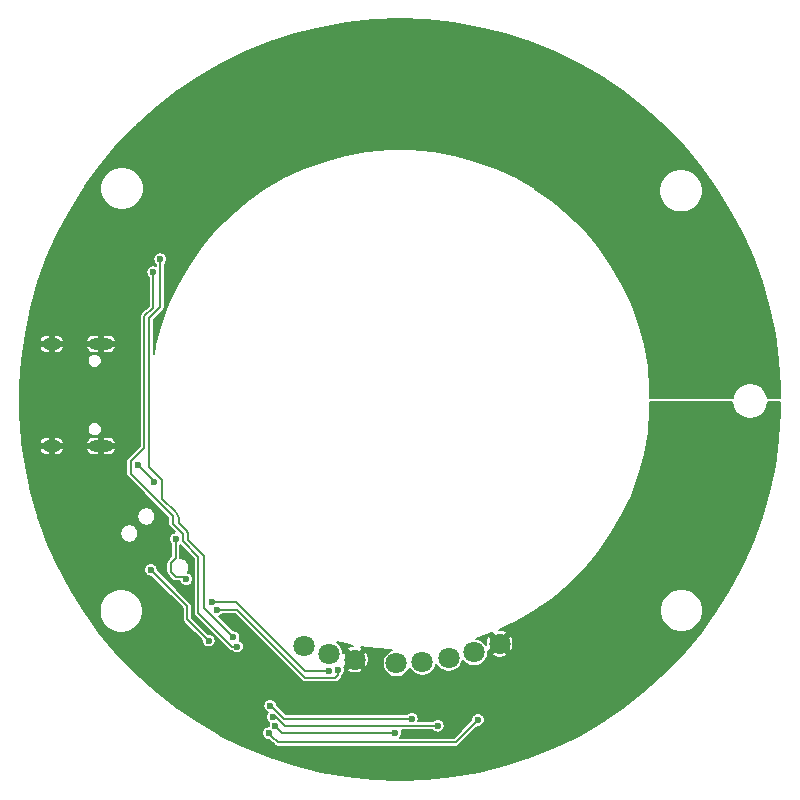
<source format=gtl>
G04 #@! TF.GenerationSoftware,KiCad,Pcbnew,5.1.5+dfsg1-2build2*
G04 #@! TF.CreationDate,2020-10-18T16:37:04+02:00*
G04 #@! TF.ProjectId,lensmount-v1.1,6c656e73-6d6f-4756-9e74-2d76312e312e,rev?*
G04 #@! TF.SameCoordinates,Original*
G04 #@! TF.FileFunction,Copper,L1,Top*
G04 #@! TF.FilePolarity,Positive*
%FSLAX46Y46*%
G04 Gerber Fmt 4.6, Leading zero omitted, Abs format (unit mm)*
G04 Created by KiCad (PCBNEW 5.1.5+dfsg1-2build2) date 2020-10-18 16:37:04*
%MOMM*%
%LPD*%
G04 APERTURE LIST*
%ADD10O,2.100000X1.000000*%
%ADD11O,1.600000X1.000000*%
%ADD12C,1.800000*%
%ADD13C,0.600000*%
%ADD14C,0.200000*%
%ADD15C,0.154000*%
G04 APERTURE END LIST*
D10*
X74685000Y-103920000D03*
X74685000Y-95280000D03*
D11*
X70505000Y-103920000D03*
X70505000Y-95280000D03*
D12*
X101900000Y-122200000D03*
X104125000Y-121875000D03*
X99700000Y-122325000D03*
X106275000Y-121400000D03*
X96175000Y-122000000D03*
X108425000Y-120650000D03*
X94000000Y-121500000D03*
X91900000Y-120850000D03*
D13*
X79600000Y-85100000D03*
X75100000Y-92800000D03*
X72500000Y-110000000D03*
X72500000Y-111000000D03*
X72500000Y-112000000D03*
X75750000Y-110250000D03*
X75750000Y-114000000D03*
X76500000Y-114750000D03*
X78000000Y-110750000D03*
X78500000Y-108500000D03*
X77750000Y-99000000D03*
X71250000Y-107750000D03*
X70000000Y-109500000D03*
X77750000Y-116250000D03*
X78500000Y-117250000D03*
X80000000Y-116500000D03*
X81250000Y-115750000D03*
X81000000Y-117750000D03*
X80000000Y-119000000D03*
X77250000Y-120000000D03*
X74500000Y-116500000D03*
X83000000Y-124250000D03*
X81250000Y-124250000D03*
X84750000Y-121750000D03*
X86000000Y-119250000D03*
X87250000Y-121750000D03*
X88750000Y-121250000D03*
X89500000Y-125200000D03*
X87800000Y-123800000D03*
X90500000Y-123600000D03*
X89000000Y-122900000D03*
X94000000Y-125600000D03*
X93600000Y-126400000D03*
X98100000Y-123600000D03*
X85100000Y-125800000D03*
X87600000Y-128000000D03*
X92200000Y-130400000D03*
X96000000Y-131300000D03*
X95000000Y-130100000D03*
X102500000Y-128300000D03*
X107000000Y-128000000D03*
X104000000Y-130000000D03*
X102000000Y-130000000D03*
X100000000Y-130000000D03*
X98000000Y-130000000D03*
X110400000Y-124000000D03*
X110500000Y-127000000D03*
X101000000Y-127000000D03*
X88999996Y-125900000D03*
X78900000Y-114400000D03*
X83800000Y-120400000D03*
X79176849Y-106923151D03*
X77800000Y-105500000D03*
X81900000Y-115200000D03*
X81000000Y-111800000D03*
X103200000Y-127600000D03*
X89218367Y-126866911D03*
X99600000Y-128200000D03*
X89441615Y-127655858D03*
X106600000Y-127100000D03*
X88876125Y-128221755D03*
X93949987Y-122950000D03*
X84056234Y-117134350D03*
X94750000Y-122900000D03*
X84500000Y-117800000D03*
X85900000Y-120100000D03*
X79700002Y-88100000D03*
X86200000Y-120900000D03*
X79100002Y-89200000D03*
D14*
X89100000Y-125900000D02*
X88999996Y-125900000D01*
X90200000Y-127000000D02*
X89100000Y-125900000D01*
X101000000Y-127000000D02*
X90200000Y-127000000D01*
X82000000Y-118600000D02*
X83800000Y-120400000D01*
X82000000Y-117500000D02*
X82000000Y-118600000D01*
X78900000Y-114400000D02*
X82000000Y-117500000D01*
X79176849Y-106876849D02*
X77800000Y-105500000D01*
X79176849Y-106923151D02*
X79176849Y-106876849D01*
X81000000Y-113416935D02*
X80602020Y-113814915D01*
X80602020Y-113814915D02*
X80602020Y-114577187D01*
X81014915Y-114990082D02*
X81690082Y-114990082D01*
X81690082Y-114990082D02*
X81900000Y-115200000D01*
X80602020Y-114577187D02*
X81014915Y-114990082D01*
X81000000Y-111800000D02*
X81000000Y-113416935D01*
X103200000Y-127600000D02*
X90234300Y-127600000D01*
X89475971Y-126841671D02*
X89243607Y-126841671D01*
X89243607Y-126841671D02*
X89218367Y-126866911D01*
X90234300Y-127600000D02*
X89475971Y-126841671D01*
X89985757Y-128200000D02*
X89441615Y-127655858D01*
X99600000Y-128200000D02*
X89985757Y-128200000D01*
X89654369Y-128999999D02*
X89176124Y-128521754D01*
X104700001Y-128999999D02*
X89654369Y-128999999D01*
X89176124Y-128521754D02*
X88876125Y-128221755D01*
X106600000Y-127100000D02*
X104700001Y-128999999D01*
X84480498Y-117134350D02*
X84056234Y-117134350D01*
X91950000Y-122950000D02*
X86134350Y-117134350D01*
X86134350Y-117134350D02*
X84480498Y-117134350D01*
X93949987Y-122950000D02*
X91950000Y-122950000D01*
X94524264Y-123550000D02*
X91938002Y-123550000D01*
X94750000Y-122900000D02*
X94750000Y-123324264D01*
X91938002Y-123550000D02*
X86188002Y-117800000D01*
X94750000Y-123324264D02*
X94524264Y-123550000D01*
X84924264Y-117800000D02*
X84500000Y-117800000D01*
X86188002Y-117800000D02*
X84924264Y-117800000D01*
X79700002Y-88524264D02*
X79700002Y-88100000D01*
X78774067Y-93091633D02*
X79700002Y-92165698D01*
X79700002Y-92165698D02*
X79700002Y-88524264D01*
X78774067Y-105659808D02*
X78774067Y-93091633D01*
X81277521Y-110437981D02*
X81277521Y-110001328D01*
X83400000Y-113225765D02*
X82013849Y-111839614D01*
X81277521Y-110001328D02*
X81020878Y-109505297D01*
X79884109Y-108368528D02*
X79884109Y-106769850D01*
X82013849Y-111839614D02*
X82013849Y-111271918D01*
X81020878Y-109505297D02*
X79884109Y-108368528D01*
X81862122Y-111022582D02*
X81277521Y-110437981D01*
X82013849Y-111271918D02*
X81862122Y-111022582D01*
X83400000Y-117600000D02*
X83400000Y-113225765D01*
X85900000Y-120100000D02*
X83400000Y-117600000D01*
X79884109Y-106769850D02*
X78774067Y-105659808D01*
X79100000Y-92200000D02*
X79100000Y-89200002D01*
X78350001Y-104049999D02*
X78350001Y-92949999D01*
X77200000Y-105200000D02*
X78350001Y-104049999D01*
X77200000Y-106300008D02*
X77200000Y-105200000D01*
X82900000Y-118024264D02*
X82900000Y-113300000D01*
X82900000Y-113300000D02*
X81600000Y-112000000D01*
X80747619Y-110515666D02*
X80747619Y-109847627D01*
X79100000Y-89200002D02*
X79100002Y-89200000D01*
X85775736Y-120900000D02*
X82900000Y-118024264D01*
X86200000Y-120900000D02*
X85775736Y-120900000D01*
X81600001Y-111368048D02*
X80747619Y-110515666D01*
X81600000Y-112000000D02*
X81600001Y-111368048D01*
X78350001Y-92949999D02*
X79100000Y-92200000D01*
X80747619Y-109847627D02*
X77200000Y-106300008D01*
D15*
G36*
X102246019Y-67880433D02*
G01*
X104481096Y-68115349D01*
X106694341Y-68505604D01*
X108874972Y-69049296D01*
X111012365Y-69743777D01*
X113096106Y-70585663D01*
X115116045Y-71570853D01*
X117062340Y-72694547D01*
X118925510Y-73951271D01*
X120696475Y-75334901D01*
X122366610Y-76838697D01*
X123927777Y-78455333D01*
X125372370Y-80176932D01*
X126693352Y-81995107D01*
X127884286Y-83901000D01*
X128939371Y-85885326D01*
X129853466Y-87938417D01*
X130622118Y-90050271D01*
X131241582Y-92210599D01*
X131708840Y-94408876D01*
X132021616Y-96634393D01*
X132178386Y-98876306D01*
X132178386Y-99823000D01*
X131135330Y-99823000D01*
X131107459Y-99682885D01*
X130993202Y-99407043D01*
X130827327Y-99158793D01*
X130616207Y-98947673D01*
X130367957Y-98781798D01*
X130092115Y-98667541D01*
X129799284Y-98609293D01*
X129500716Y-98609293D01*
X129207885Y-98667541D01*
X128932043Y-98781798D01*
X128683793Y-98947673D01*
X128472673Y-99158793D01*
X128306798Y-99407043D01*
X128192541Y-99682885D01*
X128164670Y-99823000D01*
X121201801Y-99823000D01*
X121201801Y-99074309D01*
X121040443Y-97229973D01*
X120718954Y-95406719D01*
X120239781Y-93618422D01*
X119606571Y-91878692D01*
X118824144Y-90200771D01*
X117898453Y-88597428D01*
X116836545Y-87080865D01*
X115646500Y-85662625D01*
X114337375Y-84353500D01*
X112919135Y-83163455D01*
X111427702Y-82119143D01*
X121938730Y-82119143D01*
X121938730Y-82480857D01*
X122009297Y-82835620D01*
X122147719Y-83169800D01*
X122348676Y-83470554D01*
X122604446Y-83726324D01*
X122905200Y-83927281D01*
X123239380Y-84065703D01*
X123594143Y-84136270D01*
X123955857Y-84136270D01*
X124310620Y-84065703D01*
X124644800Y-83927281D01*
X124945554Y-83726324D01*
X125201324Y-83470554D01*
X125402281Y-83169800D01*
X125540703Y-82835620D01*
X125611270Y-82480857D01*
X125611270Y-82119143D01*
X125540703Y-81764380D01*
X125402281Y-81430200D01*
X125201324Y-81129446D01*
X124945554Y-80873676D01*
X124644800Y-80672719D01*
X124310620Y-80534297D01*
X123955857Y-80463730D01*
X123594143Y-80463730D01*
X123239380Y-80534297D01*
X122905200Y-80672719D01*
X122604446Y-80873676D01*
X122348676Y-81129446D01*
X122147719Y-81430200D01*
X122009297Y-81764380D01*
X121938730Y-82119143D01*
X111427702Y-82119143D01*
X111402572Y-82101547D01*
X109799229Y-81175856D01*
X108121308Y-80393429D01*
X106381578Y-79760219D01*
X104593281Y-79281046D01*
X102770027Y-78959557D01*
X100925691Y-78798199D01*
X99074309Y-78798199D01*
X97229973Y-78959557D01*
X95406719Y-79281046D01*
X93618422Y-79760219D01*
X91878692Y-80393429D01*
X90200771Y-81175856D01*
X88597428Y-82101547D01*
X87080865Y-83163455D01*
X85662625Y-84353500D01*
X84353500Y-85662625D01*
X83163455Y-87080865D01*
X82101547Y-88597428D01*
X81175856Y-90200771D01*
X80393429Y-91878692D01*
X79760219Y-93618422D01*
X79281046Y-95406719D01*
X79151067Y-96143866D01*
X79151067Y-93247791D01*
X79953490Y-92445369D01*
X79967871Y-92433567D01*
X80014983Y-92376161D01*
X80049990Y-92310668D01*
X80049990Y-92310667D01*
X80071547Y-92239604D01*
X80078826Y-92165698D01*
X80077002Y-92147179D01*
X80077002Y-88539001D01*
X80148187Y-88467816D01*
X80211333Y-88373312D01*
X80254828Y-88268305D01*
X80277002Y-88156830D01*
X80277002Y-88043170D01*
X80254828Y-87931695D01*
X80211333Y-87826688D01*
X80148187Y-87732184D01*
X80067818Y-87651815D01*
X79973314Y-87588669D01*
X79868307Y-87545174D01*
X79756832Y-87523000D01*
X79643172Y-87523000D01*
X79531697Y-87545174D01*
X79426690Y-87588669D01*
X79332186Y-87651815D01*
X79251817Y-87732184D01*
X79188671Y-87826688D01*
X79145176Y-87931695D01*
X79123002Y-88043170D01*
X79123002Y-88156830D01*
X79145176Y-88268305D01*
X79188671Y-88373312D01*
X79251817Y-88467816D01*
X79323002Y-88539001D01*
X79323002Y-88542782D01*
X79323003Y-88542792D01*
X79323003Y-88667830D01*
X79268307Y-88645174D01*
X79156832Y-88623000D01*
X79043172Y-88623000D01*
X78931697Y-88645174D01*
X78826690Y-88688669D01*
X78732186Y-88751815D01*
X78651817Y-88832184D01*
X78588671Y-88926688D01*
X78545176Y-89031695D01*
X78523002Y-89143170D01*
X78523002Y-89256830D01*
X78545176Y-89368305D01*
X78588671Y-89473312D01*
X78651817Y-89567816D01*
X78723001Y-89639000D01*
X78723000Y-92043841D01*
X78096515Y-92670327D01*
X78082133Y-92682130D01*
X78070330Y-92696512D01*
X78070327Y-92696515D01*
X78035021Y-92739536D01*
X78000013Y-92805030D01*
X77978456Y-92876094D01*
X77971178Y-92949999D01*
X77973002Y-92968521D01*
X77973001Y-103893840D01*
X76946514Y-104920328D01*
X76932132Y-104932131D01*
X76920329Y-104946513D01*
X76920326Y-104946516D01*
X76885020Y-104989537D01*
X76850012Y-105055031D01*
X76828455Y-105126095D01*
X76821177Y-105200000D01*
X76823001Y-105218522D01*
X76823000Y-106281496D01*
X76821177Y-106300008D01*
X76823000Y-106318520D01*
X76823000Y-106318526D01*
X76825721Y-106346151D01*
X76828455Y-106373913D01*
X76850012Y-106444977D01*
X76885019Y-106510470D01*
X76932131Y-106567877D01*
X76946519Y-106579685D01*
X80370620Y-110003787D01*
X80370619Y-110497154D01*
X80368796Y-110515666D01*
X80370619Y-110534178D01*
X80370619Y-110534184D01*
X80376074Y-110589570D01*
X80397631Y-110660635D01*
X80432638Y-110726128D01*
X80479750Y-110783535D01*
X80494138Y-110795343D01*
X80925341Y-111226546D01*
X80831695Y-111245174D01*
X80726688Y-111288669D01*
X80632184Y-111351815D01*
X80551815Y-111432184D01*
X80488669Y-111526688D01*
X80445174Y-111631695D01*
X80423000Y-111743170D01*
X80423000Y-111856830D01*
X80445174Y-111968305D01*
X80488669Y-112073312D01*
X80551815Y-112167816D01*
X80623000Y-112239001D01*
X80623001Y-113260775D01*
X80348538Y-113535239D01*
X80334151Y-113547046D01*
X80287039Y-113604453D01*
X80252032Y-113669946D01*
X80230475Y-113741011D01*
X80225020Y-113796397D01*
X80225020Y-113796403D01*
X80223197Y-113814915D01*
X80225020Y-113833427D01*
X80225021Y-114558666D01*
X80223197Y-114577187D01*
X80230475Y-114651092D01*
X80252032Y-114722156D01*
X80287040Y-114787650D01*
X80322346Y-114830671D01*
X80322349Y-114830674D01*
X80334152Y-114845056D01*
X80348534Y-114856859D01*
X80735243Y-115243568D01*
X80747046Y-115257951D01*
X80804452Y-115305063D01*
X80869945Y-115340070D01*
X80941009Y-115361627D01*
X81014915Y-115368906D01*
X81033434Y-115367082D01*
X81344931Y-115367082D01*
X81345174Y-115368305D01*
X81388669Y-115473312D01*
X81451815Y-115567816D01*
X81532184Y-115648185D01*
X81626688Y-115711331D01*
X81731695Y-115754826D01*
X81843170Y-115777000D01*
X81956830Y-115777000D01*
X82068305Y-115754826D01*
X82173312Y-115711331D01*
X82267816Y-115648185D01*
X82348185Y-115567816D01*
X82411331Y-115473312D01*
X82454826Y-115368305D01*
X82477000Y-115256830D01*
X82477000Y-115143170D01*
X82454826Y-115031695D01*
X82411331Y-114926688D01*
X82348185Y-114832184D01*
X82267816Y-114751815D01*
X82173312Y-114688669D01*
X82068305Y-114645174D01*
X82028550Y-114637266D01*
X82079329Y-114561271D01*
X82137451Y-114420952D01*
X82167081Y-114271991D01*
X82167081Y-114120111D01*
X82137451Y-113971150D01*
X82079329Y-113830831D01*
X81994949Y-113704548D01*
X81887554Y-113597153D01*
X81761271Y-113512773D01*
X81620952Y-113454651D01*
X81471991Y-113425021D01*
X81378028Y-113425021D01*
X81378824Y-113416935D01*
X81377000Y-113398416D01*
X81377000Y-112310158D01*
X82523001Y-113456160D01*
X82523000Y-118005752D01*
X82521177Y-118024264D01*
X82523000Y-118042776D01*
X82523000Y-118042782D01*
X82528455Y-118098168D01*
X82550012Y-118169233D01*
X82585019Y-118234726D01*
X82632131Y-118292133D01*
X82646519Y-118303941D01*
X85496064Y-121153487D01*
X85507867Y-121167869D01*
X85522249Y-121179672D01*
X85522251Y-121179674D01*
X85549213Y-121201801D01*
X85565273Y-121214981D01*
X85630766Y-121249988D01*
X85701830Y-121271545D01*
X85761412Y-121277413D01*
X85832184Y-121348185D01*
X85926688Y-121411331D01*
X86031695Y-121454826D01*
X86143170Y-121477000D01*
X86256830Y-121477000D01*
X86368305Y-121454826D01*
X86473312Y-121411331D01*
X86567816Y-121348185D01*
X86648185Y-121267816D01*
X86711331Y-121173312D01*
X86754826Y-121068305D01*
X86777000Y-120956830D01*
X86777000Y-120843170D01*
X86754826Y-120731695D01*
X86711331Y-120626688D01*
X86648185Y-120532184D01*
X86567816Y-120451815D01*
X86473312Y-120388669D01*
X86414978Y-120364507D01*
X86454826Y-120268305D01*
X86477000Y-120156830D01*
X86477000Y-120043170D01*
X86454826Y-119931695D01*
X86411331Y-119826688D01*
X86348185Y-119732184D01*
X86267816Y-119651815D01*
X86173312Y-119588669D01*
X86068305Y-119545174D01*
X85956830Y-119523000D01*
X85856159Y-119523000D01*
X84682220Y-118349062D01*
X84773312Y-118311331D01*
X84867816Y-118248185D01*
X84939001Y-118177000D01*
X86031844Y-118177000D01*
X91658330Y-123803487D01*
X91670133Y-123817869D01*
X91727539Y-123864981D01*
X91793032Y-123899988D01*
X91864096Y-123921545D01*
X91871056Y-123922230D01*
X91919483Y-123927000D01*
X91919490Y-123927000D01*
X91938002Y-123928823D01*
X91956514Y-123927000D01*
X94505752Y-123927000D01*
X94524264Y-123928823D01*
X94542776Y-123927000D01*
X94542783Y-123927000D01*
X94598169Y-123921545D01*
X94669234Y-123899988D01*
X94734727Y-123864981D01*
X94792133Y-123817869D01*
X94803941Y-123803481D01*
X95003481Y-123603941D01*
X95017869Y-123592133D01*
X95064981Y-123534727D01*
X95099988Y-123469234D01*
X95104359Y-123454826D01*
X95121545Y-123398170D01*
X95127413Y-123338588D01*
X95198185Y-123267816D01*
X95261331Y-123173312D01*
X95304826Y-123068305D01*
X95327000Y-122956830D01*
X95327000Y-122900092D01*
X95519566Y-122900092D01*
X95627266Y-123048216D01*
X95842287Y-123134933D01*
X96070095Y-123178034D01*
X96301934Y-123175865D01*
X96528895Y-123128508D01*
X96722734Y-123048216D01*
X96830434Y-122900092D01*
X96175000Y-122244659D01*
X95519566Y-122900092D01*
X95327000Y-122900092D01*
X95327000Y-122843170D01*
X95304826Y-122731695D01*
X95272518Y-122653696D01*
X95274908Y-122655434D01*
X95930341Y-122000000D01*
X96419659Y-122000000D01*
X97075092Y-122655434D01*
X97223216Y-122547734D01*
X97309933Y-122332713D01*
X97353034Y-122104905D01*
X97350865Y-121873066D01*
X97303508Y-121646105D01*
X97223216Y-121452266D01*
X97075092Y-121344566D01*
X96419659Y-122000000D01*
X95930341Y-122000000D01*
X95274908Y-121344566D01*
X95177000Y-121415754D01*
X95177000Y-121384076D01*
X95131769Y-121156682D01*
X95043044Y-120942481D01*
X94914236Y-120749706D01*
X94750294Y-120585764D01*
X94643608Y-120514479D01*
X95406719Y-120718954D01*
X96027531Y-120828420D01*
X95821105Y-120871492D01*
X95627266Y-120951784D01*
X95519566Y-121099908D01*
X96175000Y-121755341D01*
X96830434Y-121099908D01*
X96722734Y-120951784D01*
X96719293Y-120950396D01*
X97229973Y-121040443D01*
X99074309Y-121201801D01*
X99335992Y-121201801D01*
X99142481Y-121281956D01*
X98949706Y-121410764D01*
X98785764Y-121574706D01*
X98656956Y-121767481D01*
X98568231Y-121981682D01*
X98523000Y-122209076D01*
X98523000Y-122440924D01*
X98568231Y-122668318D01*
X98656956Y-122882519D01*
X98785764Y-123075294D01*
X98949706Y-123239236D01*
X99142481Y-123368044D01*
X99356682Y-123456769D01*
X99584076Y-123502000D01*
X99815924Y-123502000D01*
X100043318Y-123456769D01*
X100257519Y-123368044D01*
X100450294Y-123239236D01*
X100614236Y-123075294D01*
X100743044Y-122882519D01*
X100825888Y-122682515D01*
X100856956Y-122757519D01*
X100985764Y-122950294D01*
X101149706Y-123114236D01*
X101342481Y-123243044D01*
X101556682Y-123331769D01*
X101784076Y-123377000D01*
X102015924Y-123377000D01*
X102243318Y-123331769D01*
X102457519Y-123243044D01*
X102650294Y-123114236D01*
X102814236Y-122950294D01*
X102943044Y-122757519D01*
X103031769Y-122543318D01*
X103062940Y-122386610D01*
X103081956Y-122432519D01*
X103210764Y-122625294D01*
X103374706Y-122789236D01*
X103567481Y-122918044D01*
X103781682Y-123006769D01*
X104009076Y-123052000D01*
X104240924Y-123052000D01*
X104468318Y-123006769D01*
X104682519Y-122918044D01*
X104875294Y-122789236D01*
X105039236Y-122625294D01*
X105168044Y-122432519D01*
X105256769Y-122218318D01*
X105291052Y-122045963D01*
X105360764Y-122150294D01*
X105524706Y-122314236D01*
X105717481Y-122443044D01*
X105931682Y-122531769D01*
X106159076Y-122577000D01*
X106390924Y-122577000D01*
X106618318Y-122531769D01*
X106832519Y-122443044D01*
X107025294Y-122314236D01*
X107189236Y-122150294D01*
X107318044Y-121957519D01*
X107406769Y-121743318D01*
X107445203Y-121550092D01*
X107769566Y-121550092D01*
X107877266Y-121698216D01*
X108092287Y-121784933D01*
X108320095Y-121828034D01*
X108551934Y-121825865D01*
X108778895Y-121778508D01*
X108972734Y-121698216D01*
X109080434Y-121550092D01*
X108425000Y-120894659D01*
X107769566Y-121550092D01*
X107445203Y-121550092D01*
X107452000Y-121515924D01*
X107452000Y-121284076D01*
X107444639Y-121247071D01*
X107524908Y-121305434D01*
X108180341Y-120650000D01*
X108669659Y-120650000D01*
X109325092Y-121305434D01*
X109473216Y-121197734D01*
X109559933Y-120982713D01*
X109603034Y-120754905D01*
X109600865Y-120523066D01*
X109553508Y-120296105D01*
X109473216Y-120102266D01*
X109325092Y-119994566D01*
X108669659Y-120650000D01*
X108180341Y-120650000D01*
X107524908Y-119994566D01*
X107376784Y-120102266D01*
X107290067Y-120317287D01*
X107246966Y-120545095D01*
X107248778Y-120738818D01*
X107189236Y-120649706D01*
X107025294Y-120485764D01*
X106832519Y-120356956D01*
X106618318Y-120268231D01*
X106414693Y-120227728D01*
X107784707Y-119729084D01*
X107769566Y-119749908D01*
X108425000Y-120405341D01*
X109080434Y-119749908D01*
X108972734Y-119601784D01*
X108757713Y-119515067D01*
X108529905Y-119471966D01*
X108407514Y-119473111D01*
X109799229Y-118824144D01*
X111402572Y-117898453D01*
X111730060Y-117669143D01*
X121988730Y-117669143D01*
X121988730Y-118030857D01*
X122059297Y-118385620D01*
X122197719Y-118719800D01*
X122398676Y-119020554D01*
X122654446Y-119276324D01*
X122955200Y-119477281D01*
X123289380Y-119615703D01*
X123644143Y-119686270D01*
X124005857Y-119686270D01*
X124360620Y-119615703D01*
X124694800Y-119477281D01*
X124995554Y-119276324D01*
X125251324Y-119020554D01*
X125452281Y-118719800D01*
X125590703Y-118385620D01*
X125661270Y-118030857D01*
X125661270Y-117669143D01*
X125590703Y-117314380D01*
X125452281Y-116980200D01*
X125251324Y-116679446D01*
X124995554Y-116423676D01*
X124694800Y-116222719D01*
X124360620Y-116084297D01*
X124005857Y-116013730D01*
X123644143Y-116013730D01*
X123289380Y-116084297D01*
X122955200Y-116222719D01*
X122654446Y-116423676D01*
X122398676Y-116679446D01*
X122197719Y-116980200D01*
X122059297Y-117314380D01*
X121988730Y-117669143D01*
X111730060Y-117669143D01*
X112919135Y-116836545D01*
X114337375Y-115646500D01*
X115646500Y-114337375D01*
X116836545Y-112919135D01*
X117898453Y-111402572D01*
X118824144Y-109799229D01*
X119606571Y-108121308D01*
X120239781Y-106381578D01*
X120718954Y-104593281D01*
X121040443Y-102770027D01*
X121201801Y-100925691D01*
X121201801Y-100177000D01*
X128134293Y-100177000D01*
X128134293Y-100274284D01*
X128192541Y-100567115D01*
X128306798Y-100842957D01*
X128472673Y-101091207D01*
X128683793Y-101302327D01*
X128932043Y-101468202D01*
X129207885Y-101582459D01*
X129500716Y-101640707D01*
X129799284Y-101640707D01*
X130092115Y-101582459D01*
X130367957Y-101468202D01*
X130616207Y-101302327D01*
X130827327Y-101091207D01*
X130993202Y-100842957D01*
X131107459Y-100567115D01*
X131165707Y-100274284D01*
X131165707Y-100177000D01*
X132178386Y-100177000D01*
X132178386Y-101123694D01*
X132021616Y-103365607D01*
X131708840Y-105591124D01*
X131241582Y-107789401D01*
X130622118Y-109949729D01*
X129853466Y-112061583D01*
X128939371Y-114114674D01*
X127884286Y-116099000D01*
X126693352Y-118004893D01*
X125372370Y-119823068D01*
X123927777Y-121544667D01*
X122366610Y-123161303D01*
X120696475Y-124665099D01*
X118925510Y-126048729D01*
X117062340Y-127305453D01*
X115116045Y-128429147D01*
X113096106Y-129414337D01*
X111012365Y-130256223D01*
X108874972Y-130950704D01*
X106694341Y-131494396D01*
X104481096Y-131884651D01*
X102246019Y-132119567D01*
X100000000Y-132198000D01*
X97753981Y-132119567D01*
X95518904Y-131884651D01*
X93305659Y-131494396D01*
X91125028Y-130950704D01*
X88987635Y-130256223D01*
X86903894Y-129414337D01*
X84883955Y-128429147D01*
X84426310Y-128164925D01*
X88299125Y-128164925D01*
X88299125Y-128278585D01*
X88321299Y-128390060D01*
X88364794Y-128495067D01*
X88427940Y-128589571D01*
X88508309Y-128669940D01*
X88602813Y-128733086D01*
X88707820Y-128776581D01*
X88819295Y-128798755D01*
X88919966Y-128798755D01*
X88922639Y-128801428D01*
X88922644Y-128801432D01*
X89374697Y-129253486D01*
X89386500Y-129267868D01*
X89400882Y-129279671D01*
X89400884Y-129279673D01*
X89443906Y-129314980D01*
X89509399Y-129349987D01*
X89580463Y-129371544D01*
X89654369Y-129378823D01*
X89672888Y-129376999D01*
X104681489Y-129376999D01*
X104700001Y-129378822D01*
X104718513Y-129376999D01*
X104718520Y-129376999D01*
X104773906Y-129371544D01*
X104844971Y-129349987D01*
X104910464Y-129314980D01*
X104967870Y-129267868D01*
X104979678Y-129253480D01*
X106556158Y-127677000D01*
X106656830Y-127677000D01*
X106768305Y-127654826D01*
X106873312Y-127611331D01*
X106967816Y-127548185D01*
X107048185Y-127467816D01*
X107111331Y-127373312D01*
X107154826Y-127268305D01*
X107177000Y-127156830D01*
X107177000Y-127043170D01*
X107154826Y-126931695D01*
X107111331Y-126826688D01*
X107048185Y-126732184D01*
X106967816Y-126651815D01*
X106873312Y-126588669D01*
X106768305Y-126545174D01*
X106656830Y-126523000D01*
X106543170Y-126523000D01*
X106431695Y-126545174D01*
X106326688Y-126588669D01*
X106232184Y-126651815D01*
X106151815Y-126732184D01*
X106088669Y-126826688D01*
X106045174Y-126931695D01*
X106023000Y-127043170D01*
X106023000Y-127143842D01*
X104543843Y-128622999D01*
X99993002Y-128622999D01*
X100048185Y-128567816D01*
X100111331Y-128473312D01*
X100154826Y-128368305D01*
X100177000Y-128256830D01*
X100177000Y-128143170D01*
X100154826Y-128031695D01*
X100132171Y-127977000D01*
X102760999Y-127977000D01*
X102832184Y-128048185D01*
X102926688Y-128111331D01*
X103031695Y-128154826D01*
X103143170Y-128177000D01*
X103256830Y-128177000D01*
X103368305Y-128154826D01*
X103473312Y-128111331D01*
X103567816Y-128048185D01*
X103648185Y-127967816D01*
X103711331Y-127873312D01*
X103754826Y-127768305D01*
X103777000Y-127656830D01*
X103777000Y-127543170D01*
X103754826Y-127431695D01*
X103711331Y-127326688D01*
X103648185Y-127232184D01*
X103567816Y-127151815D01*
X103473312Y-127088669D01*
X103368305Y-127045174D01*
X103256830Y-127023000D01*
X103143170Y-127023000D01*
X103031695Y-127045174D01*
X102926688Y-127088669D01*
X102832184Y-127151815D01*
X102760999Y-127223000D01*
X101532171Y-127223000D01*
X101554826Y-127168305D01*
X101577000Y-127056830D01*
X101577000Y-126943170D01*
X101554826Y-126831695D01*
X101511331Y-126726688D01*
X101448185Y-126632184D01*
X101367816Y-126551815D01*
X101273312Y-126488669D01*
X101168305Y-126445174D01*
X101056830Y-126423000D01*
X100943170Y-126423000D01*
X100831695Y-126445174D01*
X100726688Y-126488669D01*
X100632184Y-126551815D01*
X100560999Y-126623000D01*
X90356159Y-126623000D01*
X89576996Y-125843838D01*
X89576996Y-125843170D01*
X89554822Y-125731695D01*
X89511327Y-125626688D01*
X89448181Y-125532184D01*
X89367812Y-125451815D01*
X89273308Y-125388669D01*
X89168301Y-125345174D01*
X89056826Y-125323000D01*
X88943166Y-125323000D01*
X88831691Y-125345174D01*
X88726684Y-125388669D01*
X88632180Y-125451815D01*
X88551811Y-125532184D01*
X88488665Y-125626688D01*
X88445170Y-125731695D01*
X88422996Y-125843170D01*
X88422996Y-125956830D01*
X88445170Y-126068305D01*
X88488665Y-126173312D01*
X88551811Y-126267816D01*
X88632180Y-126348185D01*
X88726684Y-126411331D01*
X88819500Y-126449777D01*
X88770182Y-126499095D01*
X88707036Y-126593599D01*
X88663541Y-126698606D01*
X88641367Y-126810081D01*
X88641367Y-126923741D01*
X88663541Y-127035216D01*
X88707036Y-127140223D01*
X88770182Y-127234727D01*
X88850551Y-127315096D01*
X88936831Y-127372747D01*
X88930284Y-127382546D01*
X88886789Y-127487553D01*
X88864615Y-127599028D01*
X88864615Y-127644755D01*
X88819295Y-127644755D01*
X88707820Y-127666929D01*
X88602813Y-127710424D01*
X88508309Y-127773570D01*
X88427940Y-127853939D01*
X88364794Y-127948443D01*
X88321299Y-128053450D01*
X88299125Y-128164925D01*
X84426310Y-128164925D01*
X82937660Y-127305453D01*
X81074490Y-126048729D01*
X79303525Y-124665099D01*
X77633390Y-123161303D01*
X76072223Y-121544667D01*
X74627630Y-119823068D01*
X73306648Y-118004893D01*
X73128092Y-117719143D01*
X74563730Y-117719143D01*
X74563730Y-118080857D01*
X74634297Y-118435620D01*
X74772719Y-118769800D01*
X74973676Y-119070554D01*
X75229446Y-119326324D01*
X75530200Y-119527281D01*
X75864380Y-119665703D01*
X76219143Y-119736270D01*
X76580857Y-119736270D01*
X76935620Y-119665703D01*
X77269800Y-119527281D01*
X77570554Y-119326324D01*
X77826324Y-119070554D01*
X78027281Y-118769800D01*
X78165703Y-118435620D01*
X78236270Y-118080857D01*
X78236270Y-117719143D01*
X78165703Y-117364380D01*
X78027281Y-117030200D01*
X77826324Y-116729446D01*
X77570554Y-116473676D01*
X77269800Y-116272719D01*
X76935620Y-116134297D01*
X76580857Y-116063730D01*
X76219143Y-116063730D01*
X75864380Y-116134297D01*
X75530200Y-116272719D01*
X75229446Y-116473676D01*
X74973676Y-116729446D01*
X74772719Y-117030200D01*
X74634297Y-117364380D01*
X74563730Y-117719143D01*
X73128092Y-117719143D01*
X72115714Y-116099000D01*
X71182123Y-114343170D01*
X78323000Y-114343170D01*
X78323000Y-114456830D01*
X78345174Y-114568305D01*
X78388669Y-114673312D01*
X78451815Y-114767816D01*
X78532184Y-114848185D01*
X78626688Y-114911331D01*
X78731695Y-114954826D01*
X78843170Y-114977000D01*
X78943842Y-114977000D01*
X81623000Y-117656159D01*
X81623001Y-118581478D01*
X81621177Y-118600000D01*
X81628455Y-118673905D01*
X81650012Y-118744969D01*
X81685020Y-118810463D01*
X81720326Y-118853484D01*
X81720329Y-118853487D01*
X81732132Y-118867869D01*
X81746514Y-118879672D01*
X83223000Y-120356158D01*
X83223000Y-120456830D01*
X83245174Y-120568305D01*
X83288669Y-120673312D01*
X83351815Y-120767816D01*
X83432184Y-120848185D01*
X83526688Y-120911331D01*
X83631695Y-120954826D01*
X83743170Y-120977000D01*
X83856830Y-120977000D01*
X83968305Y-120954826D01*
X84073312Y-120911331D01*
X84167816Y-120848185D01*
X84248185Y-120767816D01*
X84311331Y-120673312D01*
X84354826Y-120568305D01*
X84377000Y-120456830D01*
X84377000Y-120343170D01*
X84354826Y-120231695D01*
X84311331Y-120126688D01*
X84248185Y-120032184D01*
X84167816Y-119951815D01*
X84073312Y-119888669D01*
X83968305Y-119845174D01*
X83856830Y-119823000D01*
X83756158Y-119823000D01*
X82377000Y-118443842D01*
X82377000Y-117518508D01*
X82378823Y-117499999D01*
X82377000Y-117481490D01*
X82377000Y-117481481D01*
X82371545Y-117426095D01*
X82349988Y-117355030D01*
X82314981Y-117289537D01*
X82267869Y-117232131D01*
X82253488Y-117220329D01*
X79477000Y-114443842D01*
X79477000Y-114343170D01*
X79454826Y-114231695D01*
X79411331Y-114126688D01*
X79348185Y-114032184D01*
X79267816Y-113951815D01*
X79173312Y-113888669D01*
X79068305Y-113845174D01*
X78956830Y-113823000D01*
X78843170Y-113823000D01*
X78731695Y-113845174D01*
X78626688Y-113888669D01*
X78532184Y-113951815D01*
X78451815Y-114032184D01*
X78388669Y-114126688D01*
X78345174Y-114231695D01*
X78323000Y-114343170D01*
X71182123Y-114343170D01*
X71060629Y-114114674D01*
X70146534Y-112061583D01*
X69849888Y-111246554D01*
X76315768Y-111246554D01*
X76315768Y-111398184D01*
X76345349Y-111546900D01*
X76403375Y-111686987D01*
X76487616Y-111813063D01*
X76594834Y-111920281D01*
X76720910Y-112004522D01*
X76860997Y-112062548D01*
X77009713Y-112092129D01*
X77161343Y-112092129D01*
X77310059Y-112062548D01*
X77450146Y-112004522D01*
X77576222Y-111920281D01*
X77683440Y-111813063D01*
X77767681Y-111686987D01*
X77825707Y-111546900D01*
X77855288Y-111398184D01*
X77855288Y-111246554D01*
X77825707Y-111097838D01*
X77767681Y-110957751D01*
X77683440Y-110831675D01*
X77576222Y-110724457D01*
X77450146Y-110640216D01*
X77310059Y-110582190D01*
X77161343Y-110552609D01*
X77009713Y-110552609D01*
X76860997Y-110582190D01*
X76720910Y-110640216D01*
X76594834Y-110724457D01*
X76487616Y-110831675D01*
X76403375Y-110957751D01*
X76345349Y-111097838D01*
X76315768Y-111246554D01*
X69849888Y-111246554D01*
X69377882Y-109949729D01*
X69337734Y-109809713D01*
X77752609Y-109809713D01*
X77752609Y-109961343D01*
X77782190Y-110110059D01*
X77840216Y-110250146D01*
X77924457Y-110376222D01*
X78031675Y-110483440D01*
X78157751Y-110567681D01*
X78297838Y-110625707D01*
X78446554Y-110655288D01*
X78598184Y-110655288D01*
X78746900Y-110625707D01*
X78886987Y-110567681D01*
X79013063Y-110483440D01*
X79120281Y-110376222D01*
X79204522Y-110250146D01*
X79262548Y-110110059D01*
X79292129Y-109961343D01*
X79292129Y-109809713D01*
X79262548Y-109660997D01*
X79204522Y-109520910D01*
X79120281Y-109394834D01*
X79013063Y-109287616D01*
X78886987Y-109203375D01*
X78746900Y-109145349D01*
X78598184Y-109115768D01*
X78446554Y-109115768D01*
X78297838Y-109145349D01*
X78157751Y-109203375D01*
X78031675Y-109287616D01*
X77924457Y-109394834D01*
X77840216Y-109520910D01*
X77782190Y-109660997D01*
X77752609Y-109809713D01*
X69337734Y-109809713D01*
X68758418Y-107789401D01*
X68291160Y-105591124D01*
X68096968Y-104209369D01*
X69483893Y-104209369D01*
X69539825Y-104366495D01*
X69639713Y-104487685D01*
X69761325Y-104587059D01*
X69899987Y-104660798D01*
X70050370Y-104706069D01*
X70206696Y-104721132D01*
X70332000Y-104641753D01*
X70332000Y-104093000D01*
X70678000Y-104093000D01*
X70678000Y-104641753D01*
X70803304Y-104721132D01*
X70959630Y-104706069D01*
X71110013Y-104660798D01*
X71248675Y-104587059D01*
X71370287Y-104487685D01*
X71470175Y-104366495D01*
X71526107Y-104209369D01*
X73413893Y-104209369D01*
X73463249Y-104347093D01*
X73559478Y-104469939D01*
X73677824Y-104571651D01*
X73813739Y-104648320D01*
X73962000Y-104697000D01*
X74512000Y-104697000D01*
X74512000Y-104093000D01*
X74858000Y-104093000D01*
X74858000Y-104697000D01*
X75408000Y-104697000D01*
X75556261Y-104648320D01*
X75692176Y-104571651D01*
X75810522Y-104469939D01*
X75906751Y-104347093D01*
X75956107Y-104209369D01*
X75921281Y-104093000D01*
X74858000Y-104093000D01*
X74512000Y-104093000D01*
X73448719Y-104093000D01*
X73413893Y-104209369D01*
X71526107Y-104209369D01*
X71491281Y-104093000D01*
X70678000Y-104093000D01*
X70332000Y-104093000D01*
X69518719Y-104093000D01*
X69483893Y-104209369D01*
X68096968Y-104209369D01*
X68015632Y-103630631D01*
X69483893Y-103630631D01*
X69518719Y-103747000D01*
X70332000Y-103747000D01*
X70332000Y-103198247D01*
X70678000Y-103198247D01*
X70678000Y-103747000D01*
X71491281Y-103747000D01*
X71526107Y-103630631D01*
X73413893Y-103630631D01*
X73448719Y-103747000D01*
X74512000Y-103747000D01*
X74512000Y-103143000D01*
X74858000Y-103143000D01*
X74858000Y-103747000D01*
X75921281Y-103747000D01*
X75956107Y-103630631D01*
X75906751Y-103492907D01*
X75810522Y-103370061D01*
X75692176Y-103268349D01*
X75556261Y-103191680D01*
X75408000Y-103143000D01*
X74858000Y-103143000D01*
X74512000Y-103143000D01*
X73962000Y-103143000D01*
X73813739Y-103191680D01*
X73677824Y-103268349D01*
X73559478Y-103370061D01*
X73463249Y-103492907D01*
X73413893Y-103630631D01*
X71526107Y-103630631D01*
X71470175Y-103473505D01*
X71370287Y-103352315D01*
X71248675Y-103252941D01*
X71110013Y-103179202D01*
X70959630Y-103133931D01*
X70803304Y-103118868D01*
X70678000Y-103198247D01*
X70332000Y-103198247D01*
X70206696Y-103118868D01*
X70050370Y-103133931D01*
X69899987Y-103179202D01*
X69761325Y-103252941D01*
X69639713Y-103352315D01*
X69539825Y-103473505D01*
X69483893Y-103630631D01*
X68015632Y-103630631D01*
X67978384Y-103365607D01*
X67913010Y-102430708D01*
X73553000Y-102430708D01*
X73553000Y-102549292D01*
X73576134Y-102665597D01*
X73621514Y-102775154D01*
X73687396Y-102873753D01*
X73771247Y-102957604D01*
X73869846Y-103023486D01*
X73979403Y-103068866D01*
X74095708Y-103092000D01*
X74214292Y-103092000D01*
X74330597Y-103068866D01*
X74440154Y-103023486D01*
X74538753Y-102957604D01*
X74622604Y-102873753D01*
X74688486Y-102775154D01*
X74733866Y-102665597D01*
X74757000Y-102549292D01*
X74757000Y-102430708D01*
X74733866Y-102314403D01*
X74688486Y-102204846D01*
X74622604Y-102106247D01*
X74538753Y-102022396D01*
X74440154Y-101956514D01*
X74330597Y-101911134D01*
X74214292Y-101888000D01*
X74095708Y-101888000D01*
X73979403Y-101911134D01*
X73869846Y-101956514D01*
X73771247Y-102022396D01*
X73687396Y-102106247D01*
X73621514Y-102204846D01*
X73576134Y-102314403D01*
X73553000Y-102430708D01*
X67913010Y-102430708D01*
X67821614Y-101123694D01*
X67821614Y-98876306D01*
X67977243Y-96650708D01*
X73553000Y-96650708D01*
X73553000Y-96769292D01*
X73576134Y-96885597D01*
X73621514Y-96995154D01*
X73687396Y-97093753D01*
X73771247Y-97177604D01*
X73869846Y-97243486D01*
X73979403Y-97288866D01*
X74095708Y-97312000D01*
X74214292Y-97312000D01*
X74330597Y-97288866D01*
X74440154Y-97243486D01*
X74538753Y-97177604D01*
X74622604Y-97093753D01*
X74688486Y-96995154D01*
X74733866Y-96885597D01*
X74757000Y-96769292D01*
X74757000Y-96650708D01*
X74733866Y-96534403D01*
X74688486Y-96424846D01*
X74622604Y-96326247D01*
X74538753Y-96242396D01*
X74440154Y-96176514D01*
X74330597Y-96131134D01*
X74214292Y-96108000D01*
X74095708Y-96108000D01*
X73979403Y-96131134D01*
X73869846Y-96176514D01*
X73771247Y-96242396D01*
X73687396Y-96326247D01*
X73621514Y-96424846D01*
X73576134Y-96534403D01*
X73553000Y-96650708D01*
X67977243Y-96650708D01*
X67978384Y-96634393D01*
X68128063Y-95569369D01*
X69483893Y-95569369D01*
X69539825Y-95726495D01*
X69639713Y-95847685D01*
X69761325Y-95947059D01*
X69899987Y-96020798D01*
X70050370Y-96066069D01*
X70206696Y-96081132D01*
X70332000Y-96001753D01*
X70332000Y-95453000D01*
X70678000Y-95453000D01*
X70678000Y-96001753D01*
X70803304Y-96081132D01*
X70959630Y-96066069D01*
X71110013Y-96020798D01*
X71248675Y-95947059D01*
X71370287Y-95847685D01*
X71470175Y-95726495D01*
X71526107Y-95569369D01*
X73413893Y-95569369D01*
X73463249Y-95707093D01*
X73559478Y-95829939D01*
X73677824Y-95931651D01*
X73813739Y-96008320D01*
X73962000Y-96057000D01*
X74512000Y-96057000D01*
X74512000Y-95453000D01*
X74858000Y-95453000D01*
X74858000Y-96057000D01*
X75408000Y-96057000D01*
X75556261Y-96008320D01*
X75692176Y-95931651D01*
X75810522Y-95829939D01*
X75906751Y-95707093D01*
X75956107Y-95569369D01*
X75921281Y-95453000D01*
X74858000Y-95453000D01*
X74512000Y-95453000D01*
X73448719Y-95453000D01*
X73413893Y-95569369D01*
X71526107Y-95569369D01*
X71491281Y-95453000D01*
X70678000Y-95453000D01*
X70332000Y-95453000D01*
X69518719Y-95453000D01*
X69483893Y-95569369D01*
X68128063Y-95569369D01*
X68209399Y-94990631D01*
X69483893Y-94990631D01*
X69518719Y-95107000D01*
X70332000Y-95107000D01*
X70332000Y-94558247D01*
X70678000Y-94558247D01*
X70678000Y-95107000D01*
X71491281Y-95107000D01*
X71526107Y-94990631D01*
X73413893Y-94990631D01*
X73448719Y-95107000D01*
X74512000Y-95107000D01*
X74512000Y-94503000D01*
X74858000Y-94503000D01*
X74858000Y-95107000D01*
X75921281Y-95107000D01*
X75956107Y-94990631D01*
X75906751Y-94852907D01*
X75810522Y-94730061D01*
X75692176Y-94628349D01*
X75556261Y-94551680D01*
X75408000Y-94503000D01*
X74858000Y-94503000D01*
X74512000Y-94503000D01*
X73962000Y-94503000D01*
X73813739Y-94551680D01*
X73677824Y-94628349D01*
X73559478Y-94730061D01*
X73463249Y-94852907D01*
X73413893Y-94990631D01*
X71526107Y-94990631D01*
X71470175Y-94833505D01*
X71370287Y-94712315D01*
X71248675Y-94612941D01*
X71110013Y-94539202D01*
X70959630Y-94493931D01*
X70803304Y-94478868D01*
X70678000Y-94558247D01*
X70332000Y-94558247D01*
X70206696Y-94478868D01*
X70050370Y-94493931D01*
X69899987Y-94539202D01*
X69761325Y-94612941D01*
X69639713Y-94712315D01*
X69539825Y-94833505D01*
X69483893Y-94990631D01*
X68209399Y-94990631D01*
X68291160Y-94408876D01*
X68758418Y-92210599D01*
X69377882Y-90050271D01*
X70146534Y-87938417D01*
X71060629Y-85885326D01*
X72115714Y-83901000D01*
X73306648Y-81995107D01*
X73343675Y-81944143D01*
X74638730Y-81944143D01*
X74638730Y-82305857D01*
X74709297Y-82660620D01*
X74847719Y-82994800D01*
X75048676Y-83295554D01*
X75304446Y-83551324D01*
X75605200Y-83752281D01*
X75939380Y-83890703D01*
X76294143Y-83961270D01*
X76655857Y-83961270D01*
X77010620Y-83890703D01*
X77344800Y-83752281D01*
X77645554Y-83551324D01*
X77901324Y-83295554D01*
X78102281Y-82994800D01*
X78240703Y-82660620D01*
X78311270Y-82305857D01*
X78311270Y-81944143D01*
X78240703Y-81589380D01*
X78102281Y-81255200D01*
X77901324Y-80954446D01*
X77645554Y-80698676D01*
X77344800Y-80497719D01*
X77010620Y-80359297D01*
X76655857Y-80288730D01*
X76294143Y-80288730D01*
X75939380Y-80359297D01*
X75605200Y-80497719D01*
X75304446Y-80698676D01*
X75048676Y-80954446D01*
X74847719Y-81255200D01*
X74709297Y-81589380D01*
X74638730Y-81944143D01*
X73343675Y-81944143D01*
X74627630Y-80176932D01*
X76072223Y-78455333D01*
X77633390Y-76838697D01*
X79303525Y-75334901D01*
X81074490Y-73951271D01*
X82937660Y-72694547D01*
X84883955Y-71570853D01*
X86903894Y-70585663D01*
X88987635Y-69743777D01*
X91125028Y-69049296D01*
X93305659Y-68505604D01*
X95518904Y-68115349D01*
X97753981Y-67880433D01*
X100000000Y-67802000D01*
X102246019Y-67880433D01*
G37*
X102246019Y-67880433D02*
X104481096Y-68115349D01*
X106694341Y-68505604D01*
X108874972Y-69049296D01*
X111012365Y-69743777D01*
X113096106Y-70585663D01*
X115116045Y-71570853D01*
X117062340Y-72694547D01*
X118925510Y-73951271D01*
X120696475Y-75334901D01*
X122366610Y-76838697D01*
X123927777Y-78455333D01*
X125372370Y-80176932D01*
X126693352Y-81995107D01*
X127884286Y-83901000D01*
X128939371Y-85885326D01*
X129853466Y-87938417D01*
X130622118Y-90050271D01*
X131241582Y-92210599D01*
X131708840Y-94408876D01*
X132021616Y-96634393D01*
X132178386Y-98876306D01*
X132178386Y-99823000D01*
X131135330Y-99823000D01*
X131107459Y-99682885D01*
X130993202Y-99407043D01*
X130827327Y-99158793D01*
X130616207Y-98947673D01*
X130367957Y-98781798D01*
X130092115Y-98667541D01*
X129799284Y-98609293D01*
X129500716Y-98609293D01*
X129207885Y-98667541D01*
X128932043Y-98781798D01*
X128683793Y-98947673D01*
X128472673Y-99158793D01*
X128306798Y-99407043D01*
X128192541Y-99682885D01*
X128164670Y-99823000D01*
X121201801Y-99823000D01*
X121201801Y-99074309D01*
X121040443Y-97229973D01*
X120718954Y-95406719D01*
X120239781Y-93618422D01*
X119606571Y-91878692D01*
X118824144Y-90200771D01*
X117898453Y-88597428D01*
X116836545Y-87080865D01*
X115646500Y-85662625D01*
X114337375Y-84353500D01*
X112919135Y-83163455D01*
X111427702Y-82119143D01*
X121938730Y-82119143D01*
X121938730Y-82480857D01*
X122009297Y-82835620D01*
X122147719Y-83169800D01*
X122348676Y-83470554D01*
X122604446Y-83726324D01*
X122905200Y-83927281D01*
X123239380Y-84065703D01*
X123594143Y-84136270D01*
X123955857Y-84136270D01*
X124310620Y-84065703D01*
X124644800Y-83927281D01*
X124945554Y-83726324D01*
X125201324Y-83470554D01*
X125402281Y-83169800D01*
X125540703Y-82835620D01*
X125611270Y-82480857D01*
X125611270Y-82119143D01*
X125540703Y-81764380D01*
X125402281Y-81430200D01*
X125201324Y-81129446D01*
X124945554Y-80873676D01*
X124644800Y-80672719D01*
X124310620Y-80534297D01*
X123955857Y-80463730D01*
X123594143Y-80463730D01*
X123239380Y-80534297D01*
X122905200Y-80672719D01*
X122604446Y-80873676D01*
X122348676Y-81129446D01*
X122147719Y-81430200D01*
X122009297Y-81764380D01*
X121938730Y-82119143D01*
X111427702Y-82119143D01*
X111402572Y-82101547D01*
X109799229Y-81175856D01*
X108121308Y-80393429D01*
X106381578Y-79760219D01*
X104593281Y-79281046D01*
X102770027Y-78959557D01*
X100925691Y-78798199D01*
X99074309Y-78798199D01*
X97229973Y-78959557D01*
X95406719Y-79281046D01*
X93618422Y-79760219D01*
X91878692Y-80393429D01*
X90200771Y-81175856D01*
X88597428Y-82101547D01*
X87080865Y-83163455D01*
X85662625Y-84353500D01*
X84353500Y-85662625D01*
X83163455Y-87080865D01*
X82101547Y-88597428D01*
X81175856Y-90200771D01*
X80393429Y-91878692D01*
X79760219Y-93618422D01*
X79281046Y-95406719D01*
X79151067Y-96143866D01*
X79151067Y-93247791D01*
X79953490Y-92445369D01*
X79967871Y-92433567D01*
X80014983Y-92376161D01*
X80049990Y-92310668D01*
X80049990Y-92310667D01*
X80071547Y-92239604D01*
X80078826Y-92165698D01*
X80077002Y-92147179D01*
X80077002Y-88539001D01*
X80148187Y-88467816D01*
X80211333Y-88373312D01*
X80254828Y-88268305D01*
X80277002Y-88156830D01*
X80277002Y-88043170D01*
X80254828Y-87931695D01*
X80211333Y-87826688D01*
X80148187Y-87732184D01*
X80067818Y-87651815D01*
X79973314Y-87588669D01*
X79868307Y-87545174D01*
X79756832Y-87523000D01*
X79643172Y-87523000D01*
X79531697Y-87545174D01*
X79426690Y-87588669D01*
X79332186Y-87651815D01*
X79251817Y-87732184D01*
X79188671Y-87826688D01*
X79145176Y-87931695D01*
X79123002Y-88043170D01*
X79123002Y-88156830D01*
X79145176Y-88268305D01*
X79188671Y-88373312D01*
X79251817Y-88467816D01*
X79323002Y-88539001D01*
X79323002Y-88542782D01*
X79323003Y-88542792D01*
X79323003Y-88667830D01*
X79268307Y-88645174D01*
X79156832Y-88623000D01*
X79043172Y-88623000D01*
X78931697Y-88645174D01*
X78826690Y-88688669D01*
X78732186Y-88751815D01*
X78651817Y-88832184D01*
X78588671Y-88926688D01*
X78545176Y-89031695D01*
X78523002Y-89143170D01*
X78523002Y-89256830D01*
X78545176Y-89368305D01*
X78588671Y-89473312D01*
X78651817Y-89567816D01*
X78723001Y-89639000D01*
X78723000Y-92043841D01*
X78096515Y-92670327D01*
X78082133Y-92682130D01*
X78070330Y-92696512D01*
X78070327Y-92696515D01*
X78035021Y-92739536D01*
X78000013Y-92805030D01*
X77978456Y-92876094D01*
X77971178Y-92949999D01*
X77973002Y-92968521D01*
X77973001Y-103893840D01*
X76946514Y-104920328D01*
X76932132Y-104932131D01*
X76920329Y-104946513D01*
X76920326Y-104946516D01*
X76885020Y-104989537D01*
X76850012Y-105055031D01*
X76828455Y-105126095D01*
X76821177Y-105200000D01*
X76823001Y-105218522D01*
X76823000Y-106281496D01*
X76821177Y-106300008D01*
X76823000Y-106318520D01*
X76823000Y-106318526D01*
X76825721Y-106346151D01*
X76828455Y-106373913D01*
X76850012Y-106444977D01*
X76885019Y-106510470D01*
X76932131Y-106567877D01*
X76946519Y-106579685D01*
X80370620Y-110003787D01*
X80370619Y-110497154D01*
X80368796Y-110515666D01*
X80370619Y-110534178D01*
X80370619Y-110534184D01*
X80376074Y-110589570D01*
X80397631Y-110660635D01*
X80432638Y-110726128D01*
X80479750Y-110783535D01*
X80494138Y-110795343D01*
X80925341Y-111226546D01*
X80831695Y-111245174D01*
X80726688Y-111288669D01*
X80632184Y-111351815D01*
X80551815Y-111432184D01*
X80488669Y-111526688D01*
X80445174Y-111631695D01*
X80423000Y-111743170D01*
X80423000Y-111856830D01*
X80445174Y-111968305D01*
X80488669Y-112073312D01*
X80551815Y-112167816D01*
X80623000Y-112239001D01*
X80623001Y-113260775D01*
X80348538Y-113535239D01*
X80334151Y-113547046D01*
X80287039Y-113604453D01*
X80252032Y-113669946D01*
X80230475Y-113741011D01*
X80225020Y-113796397D01*
X80225020Y-113796403D01*
X80223197Y-113814915D01*
X80225020Y-113833427D01*
X80225021Y-114558666D01*
X80223197Y-114577187D01*
X80230475Y-114651092D01*
X80252032Y-114722156D01*
X80287040Y-114787650D01*
X80322346Y-114830671D01*
X80322349Y-114830674D01*
X80334152Y-114845056D01*
X80348534Y-114856859D01*
X80735243Y-115243568D01*
X80747046Y-115257951D01*
X80804452Y-115305063D01*
X80869945Y-115340070D01*
X80941009Y-115361627D01*
X81014915Y-115368906D01*
X81033434Y-115367082D01*
X81344931Y-115367082D01*
X81345174Y-115368305D01*
X81388669Y-115473312D01*
X81451815Y-115567816D01*
X81532184Y-115648185D01*
X81626688Y-115711331D01*
X81731695Y-115754826D01*
X81843170Y-115777000D01*
X81956830Y-115777000D01*
X82068305Y-115754826D01*
X82173312Y-115711331D01*
X82267816Y-115648185D01*
X82348185Y-115567816D01*
X82411331Y-115473312D01*
X82454826Y-115368305D01*
X82477000Y-115256830D01*
X82477000Y-115143170D01*
X82454826Y-115031695D01*
X82411331Y-114926688D01*
X82348185Y-114832184D01*
X82267816Y-114751815D01*
X82173312Y-114688669D01*
X82068305Y-114645174D01*
X82028550Y-114637266D01*
X82079329Y-114561271D01*
X82137451Y-114420952D01*
X82167081Y-114271991D01*
X82167081Y-114120111D01*
X82137451Y-113971150D01*
X82079329Y-113830831D01*
X81994949Y-113704548D01*
X81887554Y-113597153D01*
X81761271Y-113512773D01*
X81620952Y-113454651D01*
X81471991Y-113425021D01*
X81378028Y-113425021D01*
X81378824Y-113416935D01*
X81377000Y-113398416D01*
X81377000Y-112310158D01*
X82523001Y-113456160D01*
X82523000Y-118005752D01*
X82521177Y-118024264D01*
X82523000Y-118042776D01*
X82523000Y-118042782D01*
X82528455Y-118098168D01*
X82550012Y-118169233D01*
X82585019Y-118234726D01*
X82632131Y-118292133D01*
X82646519Y-118303941D01*
X85496064Y-121153487D01*
X85507867Y-121167869D01*
X85522249Y-121179672D01*
X85522251Y-121179674D01*
X85549213Y-121201801D01*
X85565273Y-121214981D01*
X85630766Y-121249988D01*
X85701830Y-121271545D01*
X85761412Y-121277413D01*
X85832184Y-121348185D01*
X85926688Y-121411331D01*
X86031695Y-121454826D01*
X86143170Y-121477000D01*
X86256830Y-121477000D01*
X86368305Y-121454826D01*
X86473312Y-121411331D01*
X86567816Y-121348185D01*
X86648185Y-121267816D01*
X86711331Y-121173312D01*
X86754826Y-121068305D01*
X86777000Y-120956830D01*
X86777000Y-120843170D01*
X86754826Y-120731695D01*
X86711331Y-120626688D01*
X86648185Y-120532184D01*
X86567816Y-120451815D01*
X86473312Y-120388669D01*
X86414978Y-120364507D01*
X86454826Y-120268305D01*
X86477000Y-120156830D01*
X86477000Y-120043170D01*
X86454826Y-119931695D01*
X86411331Y-119826688D01*
X86348185Y-119732184D01*
X86267816Y-119651815D01*
X86173312Y-119588669D01*
X86068305Y-119545174D01*
X85956830Y-119523000D01*
X85856159Y-119523000D01*
X84682220Y-118349062D01*
X84773312Y-118311331D01*
X84867816Y-118248185D01*
X84939001Y-118177000D01*
X86031844Y-118177000D01*
X91658330Y-123803487D01*
X91670133Y-123817869D01*
X91727539Y-123864981D01*
X91793032Y-123899988D01*
X91864096Y-123921545D01*
X91871056Y-123922230D01*
X91919483Y-123927000D01*
X91919490Y-123927000D01*
X91938002Y-123928823D01*
X91956514Y-123927000D01*
X94505752Y-123927000D01*
X94524264Y-123928823D01*
X94542776Y-123927000D01*
X94542783Y-123927000D01*
X94598169Y-123921545D01*
X94669234Y-123899988D01*
X94734727Y-123864981D01*
X94792133Y-123817869D01*
X94803941Y-123803481D01*
X95003481Y-123603941D01*
X95017869Y-123592133D01*
X95064981Y-123534727D01*
X95099988Y-123469234D01*
X95104359Y-123454826D01*
X95121545Y-123398170D01*
X95127413Y-123338588D01*
X95198185Y-123267816D01*
X95261331Y-123173312D01*
X95304826Y-123068305D01*
X95327000Y-122956830D01*
X95327000Y-122900092D01*
X95519566Y-122900092D01*
X95627266Y-123048216D01*
X95842287Y-123134933D01*
X96070095Y-123178034D01*
X96301934Y-123175865D01*
X96528895Y-123128508D01*
X96722734Y-123048216D01*
X96830434Y-122900092D01*
X96175000Y-122244659D01*
X95519566Y-122900092D01*
X95327000Y-122900092D01*
X95327000Y-122843170D01*
X95304826Y-122731695D01*
X95272518Y-122653696D01*
X95274908Y-122655434D01*
X95930341Y-122000000D01*
X96419659Y-122000000D01*
X97075092Y-122655434D01*
X97223216Y-122547734D01*
X97309933Y-122332713D01*
X97353034Y-122104905D01*
X97350865Y-121873066D01*
X97303508Y-121646105D01*
X97223216Y-121452266D01*
X97075092Y-121344566D01*
X96419659Y-122000000D01*
X95930341Y-122000000D01*
X95274908Y-121344566D01*
X95177000Y-121415754D01*
X95177000Y-121384076D01*
X95131769Y-121156682D01*
X95043044Y-120942481D01*
X94914236Y-120749706D01*
X94750294Y-120585764D01*
X94643608Y-120514479D01*
X95406719Y-120718954D01*
X96027531Y-120828420D01*
X95821105Y-120871492D01*
X95627266Y-120951784D01*
X95519566Y-121099908D01*
X96175000Y-121755341D01*
X96830434Y-121099908D01*
X96722734Y-120951784D01*
X96719293Y-120950396D01*
X97229973Y-121040443D01*
X99074309Y-121201801D01*
X99335992Y-121201801D01*
X99142481Y-121281956D01*
X98949706Y-121410764D01*
X98785764Y-121574706D01*
X98656956Y-121767481D01*
X98568231Y-121981682D01*
X98523000Y-122209076D01*
X98523000Y-122440924D01*
X98568231Y-122668318D01*
X98656956Y-122882519D01*
X98785764Y-123075294D01*
X98949706Y-123239236D01*
X99142481Y-123368044D01*
X99356682Y-123456769D01*
X99584076Y-123502000D01*
X99815924Y-123502000D01*
X100043318Y-123456769D01*
X100257519Y-123368044D01*
X100450294Y-123239236D01*
X100614236Y-123075294D01*
X100743044Y-122882519D01*
X100825888Y-122682515D01*
X100856956Y-122757519D01*
X100985764Y-122950294D01*
X101149706Y-123114236D01*
X101342481Y-123243044D01*
X101556682Y-123331769D01*
X101784076Y-123377000D01*
X102015924Y-123377000D01*
X102243318Y-123331769D01*
X102457519Y-123243044D01*
X102650294Y-123114236D01*
X102814236Y-122950294D01*
X102943044Y-122757519D01*
X103031769Y-122543318D01*
X103062940Y-122386610D01*
X103081956Y-122432519D01*
X103210764Y-122625294D01*
X103374706Y-122789236D01*
X103567481Y-122918044D01*
X103781682Y-123006769D01*
X104009076Y-123052000D01*
X104240924Y-123052000D01*
X104468318Y-123006769D01*
X104682519Y-122918044D01*
X104875294Y-122789236D01*
X105039236Y-122625294D01*
X105168044Y-122432519D01*
X105256769Y-122218318D01*
X105291052Y-122045963D01*
X105360764Y-122150294D01*
X105524706Y-122314236D01*
X105717481Y-122443044D01*
X105931682Y-122531769D01*
X106159076Y-122577000D01*
X106390924Y-122577000D01*
X106618318Y-122531769D01*
X106832519Y-122443044D01*
X107025294Y-122314236D01*
X107189236Y-122150294D01*
X107318044Y-121957519D01*
X107406769Y-121743318D01*
X107445203Y-121550092D01*
X107769566Y-121550092D01*
X107877266Y-121698216D01*
X108092287Y-121784933D01*
X108320095Y-121828034D01*
X108551934Y-121825865D01*
X108778895Y-121778508D01*
X108972734Y-121698216D01*
X109080434Y-121550092D01*
X108425000Y-120894659D01*
X107769566Y-121550092D01*
X107445203Y-121550092D01*
X107452000Y-121515924D01*
X107452000Y-121284076D01*
X107444639Y-121247071D01*
X107524908Y-121305434D01*
X108180341Y-120650000D01*
X108669659Y-120650000D01*
X109325092Y-121305434D01*
X109473216Y-121197734D01*
X109559933Y-120982713D01*
X109603034Y-120754905D01*
X109600865Y-120523066D01*
X109553508Y-120296105D01*
X109473216Y-120102266D01*
X109325092Y-119994566D01*
X108669659Y-120650000D01*
X108180341Y-120650000D01*
X107524908Y-119994566D01*
X107376784Y-120102266D01*
X107290067Y-120317287D01*
X107246966Y-120545095D01*
X107248778Y-120738818D01*
X107189236Y-120649706D01*
X107025294Y-120485764D01*
X106832519Y-120356956D01*
X106618318Y-120268231D01*
X106414693Y-120227728D01*
X107784707Y-119729084D01*
X107769566Y-119749908D01*
X108425000Y-120405341D01*
X109080434Y-119749908D01*
X108972734Y-119601784D01*
X108757713Y-119515067D01*
X108529905Y-119471966D01*
X108407514Y-119473111D01*
X109799229Y-118824144D01*
X111402572Y-117898453D01*
X111730060Y-117669143D01*
X121988730Y-117669143D01*
X121988730Y-118030857D01*
X122059297Y-118385620D01*
X122197719Y-118719800D01*
X122398676Y-119020554D01*
X122654446Y-119276324D01*
X122955200Y-119477281D01*
X123289380Y-119615703D01*
X123644143Y-119686270D01*
X124005857Y-119686270D01*
X124360620Y-119615703D01*
X124694800Y-119477281D01*
X124995554Y-119276324D01*
X125251324Y-119020554D01*
X125452281Y-118719800D01*
X125590703Y-118385620D01*
X125661270Y-118030857D01*
X125661270Y-117669143D01*
X125590703Y-117314380D01*
X125452281Y-116980200D01*
X125251324Y-116679446D01*
X124995554Y-116423676D01*
X124694800Y-116222719D01*
X124360620Y-116084297D01*
X124005857Y-116013730D01*
X123644143Y-116013730D01*
X123289380Y-116084297D01*
X122955200Y-116222719D01*
X122654446Y-116423676D01*
X122398676Y-116679446D01*
X122197719Y-116980200D01*
X122059297Y-117314380D01*
X121988730Y-117669143D01*
X111730060Y-117669143D01*
X112919135Y-116836545D01*
X114337375Y-115646500D01*
X115646500Y-114337375D01*
X116836545Y-112919135D01*
X117898453Y-111402572D01*
X118824144Y-109799229D01*
X119606571Y-108121308D01*
X120239781Y-106381578D01*
X120718954Y-104593281D01*
X121040443Y-102770027D01*
X121201801Y-100925691D01*
X121201801Y-100177000D01*
X128134293Y-100177000D01*
X128134293Y-100274284D01*
X128192541Y-100567115D01*
X128306798Y-100842957D01*
X128472673Y-101091207D01*
X128683793Y-101302327D01*
X128932043Y-101468202D01*
X129207885Y-101582459D01*
X129500716Y-101640707D01*
X129799284Y-101640707D01*
X130092115Y-101582459D01*
X130367957Y-101468202D01*
X130616207Y-101302327D01*
X130827327Y-101091207D01*
X130993202Y-100842957D01*
X131107459Y-100567115D01*
X131165707Y-100274284D01*
X131165707Y-100177000D01*
X132178386Y-100177000D01*
X132178386Y-101123694D01*
X132021616Y-103365607D01*
X131708840Y-105591124D01*
X131241582Y-107789401D01*
X130622118Y-109949729D01*
X129853466Y-112061583D01*
X128939371Y-114114674D01*
X127884286Y-116099000D01*
X126693352Y-118004893D01*
X125372370Y-119823068D01*
X123927777Y-121544667D01*
X122366610Y-123161303D01*
X120696475Y-124665099D01*
X118925510Y-126048729D01*
X117062340Y-127305453D01*
X115116045Y-128429147D01*
X113096106Y-129414337D01*
X111012365Y-130256223D01*
X108874972Y-130950704D01*
X106694341Y-131494396D01*
X104481096Y-131884651D01*
X102246019Y-132119567D01*
X100000000Y-132198000D01*
X97753981Y-132119567D01*
X95518904Y-131884651D01*
X93305659Y-131494396D01*
X91125028Y-130950704D01*
X88987635Y-130256223D01*
X86903894Y-129414337D01*
X84883955Y-128429147D01*
X84426310Y-128164925D01*
X88299125Y-128164925D01*
X88299125Y-128278585D01*
X88321299Y-128390060D01*
X88364794Y-128495067D01*
X88427940Y-128589571D01*
X88508309Y-128669940D01*
X88602813Y-128733086D01*
X88707820Y-128776581D01*
X88819295Y-128798755D01*
X88919966Y-128798755D01*
X88922639Y-128801428D01*
X88922644Y-128801432D01*
X89374697Y-129253486D01*
X89386500Y-129267868D01*
X89400882Y-129279671D01*
X89400884Y-129279673D01*
X89443906Y-129314980D01*
X89509399Y-129349987D01*
X89580463Y-129371544D01*
X89654369Y-129378823D01*
X89672888Y-129376999D01*
X104681489Y-129376999D01*
X104700001Y-129378822D01*
X104718513Y-129376999D01*
X104718520Y-129376999D01*
X104773906Y-129371544D01*
X104844971Y-129349987D01*
X104910464Y-129314980D01*
X104967870Y-129267868D01*
X104979678Y-129253480D01*
X106556158Y-127677000D01*
X106656830Y-127677000D01*
X106768305Y-127654826D01*
X106873312Y-127611331D01*
X106967816Y-127548185D01*
X107048185Y-127467816D01*
X107111331Y-127373312D01*
X107154826Y-127268305D01*
X107177000Y-127156830D01*
X107177000Y-127043170D01*
X107154826Y-126931695D01*
X107111331Y-126826688D01*
X107048185Y-126732184D01*
X106967816Y-126651815D01*
X106873312Y-126588669D01*
X106768305Y-126545174D01*
X106656830Y-126523000D01*
X106543170Y-126523000D01*
X106431695Y-126545174D01*
X106326688Y-126588669D01*
X106232184Y-126651815D01*
X106151815Y-126732184D01*
X106088669Y-126826688D01*
X106045174Y-126931695D01*
X106023000Y-127043170D01*
X106023000Y-127143842D01*
X104543843Y-128622999D01*
X99993002Y-128622999D01*
X100048185Y-128567816D01*
X100111331Y-128473312D01*
X100154826Y-128368305D01*
X100177000Y-128256830D01*
X100177000Y-128143170D01*
X100154826Y-128031695D01*
X100132171Y-127977000D01*
X102760999Y-127977000D01*
X102832184Y-128048185D01*
X102926688Y-128111331D01*
X103031695Y-128154826D01*
X103143170Y-128177000D01*
X103256830Y-128177000D01*
X103368305Y-128154826D01*
X103473312Y-128111331D01*
X103567816Y-128048185D01*
X103648185Y-127967816D01*
X103711331Y-127873312D01*
X103754826Y-127768305D01*
X103777000Y-127656830D01*
X103777000Y-127543170D01*
X103754826Y-127431695D01*
X103711331Y-127326688D01*
X103648185Y-127232184D01*
X103567816Y-127151815D01*
X103473312Y-127088669D01*
X103368305Y-127045174D01*
X103256830Y-127023000D01*
X103143170Y-127023000D01*
X103031695Y-127045174D01*
X102926688Y-127088669D01*
X102832184Y-127151815D01*
X102760999Y-127223000D01*
X101532171Y-127223000D01*
X101554826Y-127168305D01*
X101577000Y-127056830D01*
X101577000Y-126943170D01*
X101554826Y-126831695D01*
X101511331Y-126726688D01*
X101448185Y-126632184D01*
X101367816Y-126551815D01*
X101273312Y-126488669D01*
X101168305Y-126445174D01*
X101056830Y-126423000D01*
X100943170Y-126423000D01*
X100831695Y-126445174D01*
X100726688Y-126488669D01*
X100632184Y-126551815D01*
X100560999Y-126623000D01*
X90356159Y-126623000D01*
X89576996Y-125843838D01*
X89576996Y-125843170D01*
X89554822Y-125731695D01*
X89511327Y-125626688D01*
X89448181Y-125532184D01*
X89367812Y-125451815D01*
X89273308Y-125388669D01*
X89168301Y-125345174D01*
X89056826Y-125323000D01*
X88943166Y-125323000D01*
X88831691Y-125345174D01*
X88726684Y-125388669D01*
X88632180Y-125451815D01*
X88551811Y-125532184D01*
X88488665Y-125626688D01*
X88445170Y-125731695D01*
X88422996Y-125843170D01*
X88422996Y-125956830D01*
X88445170Y-126068305D01*
X88488665Y-126173312D01*
X88551811Y-126267816D01*
X88632180Y-126348185D01*
X88726684Y-126411331D01*
X88819500Y-126449777D01*
X88770182Y-126499095D01*
X88707036Y-126593599D01*
X88663541Y-126698606D01*
X88641367Y-126810081D01*
X88641367Y-126923741D01*
X88663541Y-127035216D01*
X88707036Y-127140223D01*
X88770182Y-127234727D01*
X88850551Y-127315096D01*
X88936831Y-127372747D01*
X88930284Y-127382546D01*
X88886789Y-127487553D01*
X88864615Y-127599028D01*
X88864615Y-127644755D01*
X88819295Y-127644755D01*
X88707820Y-127666929D01*
X88602813Y-127710424D01*
X88508309Y-127773570D01*
X88427940Y-127853939D01*
X88364794Y-127948443D01*
X88321299Y-128053450D01*
X88299125Y-128164925D01*
X84426310Y-128164925D01*
X82937660Y-127305453D01*
X81074490Y-126048729D01*
X79303525Y-124665099D01*
X77633390Y-123161303D01*
X76072223Y-121544667D01*
X74627630Y-119823068D01*
X73306648Y-118004893D01*
X73128092Y-117719143D01*
X74563730Y-117719143D01*
X74563730Y-118080857D01*
X74634297Y-118435620D01*
X74772719Y-118769800D01*
X74973676Y-119070554D01*
X75229446Y-119326324D01*
X75530200Y-119527281D01*
X75864380Y-119665703D01*
X76219143Y-119736270D01*
X76580857Y-119736270D01*
X76935620Y-119665703D01*
X77269800Y-119527281D01*
X77570554Y-119326324D01*
X77826324Y-119070554D01*
X78027281Y-118769800D01*
X78165703Y-118435620D01*
X78236270Y-118080857D01*
X78236270Y-117719143D01*
X78165703Y-117364380D01*
X78027281Y-117030200D01*
X77826324Y-116729446D01*
X77570554Y-116473676D01*
X77269800Y-116272719D01*
X76935620Y-116134297D01*
X76580857Y-116063730D01*
X76219143Y-116063730D01*
X75864380Y-116134297D01*
X75530200Y-116272719D01*
X75229446Y-116473676D01*
X74973676Y-116729446D01*
X74772719Y-117030200D01*
X74634297Y-117364380D01*
X74563730Y-117719143D01*
X73128092Y-117719143D01*
X72115714Y-116099000D01*
X71182123Y-114343170D01*
X78323000Y-114343170D01*
X78323000Y-114456830D01*
X78345174Y-114568305D01*
X78388669Y-114673312D01*
X78451815Y-114767816D01*
X78532184Y-114848185D01*
X78626688Y-114911331D01*
X78731695Y-114954826D01*
X78843170Y-114977000D01*
X78943842Y-114977000D01*
X81623000Y-117656159D01*
X81623001Y-118581478D01*
X81621177Y-118600000D01*
X81628455Y-118673905D01*
X81650012Y-118744969D01*
X81685020Y-118810463D01*
X81720326Y-118853484D01*
X81720329Y-118853487D01*
X81732132Y-118867869D01*
X81746514Y-118879672D01*
X83223000Y-120356158D01*
X83223000Y-120456830D01*
X83245174Y-120568305D01*
X83288669Y-120673312D01*
X83351815Y-120767816D01*
X83432184Y-120848185D01*
X83526688Y-120911331D01*
X83631695Y-120954826D01*
X83743170Y-120977000D01*
X83856830Y-120977000D01*
X83968305Y-120954826D01*
X84073312Y-120911331D01*
X84167816Y-120848185D01*
X84248185Y-120767816D01*
X84311331Y-120673312D01*
X84354826Y-120568305D01*
X84377000Y-120456830D01*
X84377000Y-120343170D01*
X84354826Y-120231695D01*
X84311331Y-120126688D01*
X84248185Y-120032184D01*
X84167816Y-119951815D01*
X84073312Y-119888669D01*
X83968305Y-119845174D01*
X83856830Y-119823000D01*
X83756158Y-119823000D01*
X82377000Y-118443842D01*
X82377000Y-117518508D01*
X82378823Y-117499999D01*
X82377000Y-117481490D01*
X82377000Y-117481481D01*
X82371545Y-117426095D01*
X82349988Y-117355030D01*
X82314981Y-117289537D01*
X82267869Y-117232131D01*
X82253488Y-117220329D01*
X79477000Y-114443842D01*
X79477000Y-114343170D01*
X79454826Y-114231695D01*
X79411331Y-114126688D01*
X79348185Y-114032184D01*
X79267816Y-113951815D01*
X79173312Y-113888669D01*
X79068305Y-113845174D01*
X78956830Y-113823000D01*
X78843170Y-113823000D01*
X78731695Y-113845174D01*
X78626688Y-113888669D01*
X78532184Y-113951815D01*
X78451815Y-114032184D01*
X78388669Y-114126688D01*
X78345174Y-114231695D01*
X78323000Y-114343170D01*
X71182123Y-114343170D01*
X71060629Y-114114674D01*
X70146534Y-112061583D01*
X69849888Y-111246554D01*
X76315768Y-111246554D01*
X76315768Y-111398184D01*
X76345349Y-111546900D01*
X76403375Y-111686987D01*
X76487616Y-111813063D01*
X76594834Y-111920281D01*
X76720910Y-112004522D01*
X76860997Y-112062548D01*
X77009713Y-112092129D01*
X77161343Y-112092129D01*
X77310059Y-112062548D01*
X77450146Y-112004522D01*
X77576222Y-111920281D01*
X77683440Y-111813063D01*
X77767681Y-111686987D01*
X77825707Y-111546900D01*
X77855288Y-111398184D01*
X77855288Y-111246554D01*
X77825707Y-111097838D01*
X77767681Y-110957751D01*
X77683440Y-110831675D01*
X77576222Y-110724457D01*
X77450146Y-110640216D01*
X77310059Y-110582190D01*
X77161343Y-110552609D01*
X77009713Y-110552609D01*
X76860997Y-110582190D01*
X76720910Y-110640216D01*
X76594834Y-110724457D01*
X76487616Y-110831675D01*
X76403375Y-110957751D01*
X76345349Y-111097838D01*
X76315768Y-111246554D01*
X69849888Y-111246554D01*
X69377882Y-109949729D01*
X69337734Y-109809713D01*
X77752609Y-109809713D01*
X77752609Y-109961343D01*
X77782190Y-110110059D01*
X77840216Y-110250146D01*
X77924457Y-110376222D01*
X78031675Y-110483440D01*
X78157751Y-110567681D01*
X78297838Y-110625707D01*
X78446554Y-110655288D01*
X78598184Y-110655288D01*
X78746900Y-110625707D01*
X78886987Y-110567681D01*
X79013063Y-110483440D01*
X79120281Y-110376222D01*
X79204522Y-110250146D01*
X79262548Y-110110059D01*
X79292129Y-109961343D01*
X79292129Y-109809713D01*
X79262548Y-109660997D01*
X79204522Y-109520910D01*
X79120281Y-109394834D01*
X79013063Y-109287616D01*
X78886987Y-109203375D01*
X78746900Y-109145349D01*
X78598184Y-109115768D01*
X78446554Y-109115768D01*
X78297838Y-109145349D01*
X78157751Y-109203375D01*
X78031675Y-109287616D01*
X77924457Y-109394834D01*
X77840216Y-109520910D01*
X77782190Y-109660997D01*
X77752609Y-109809713D01*
X69337734Y-109809713D01*
X68758418Y-107789401D01*
X68291160Y-105591124D01*
X68096968Y-104209369D01*
X69483893Y-104209369D01*
X69539825Y-104366495D01*
X69639713Y-104487685D01*
X69761325Y-104587059D01*
X69899987Y-104660798D01*
X70050370Y-104706069D01*
X70206696Y-104721132D01*
X70332000Y-104641753D01*
X70332000Y-104093000D01*
X70678000Y-104093000D01*
X70678000Y-104641753D01*
X70803304Y-104721132D01*
X70959630Y-104706069D01*
X71110013Y-104660798D01*
X71248675Y-104587059D01*
X71370287Y-104487685D01*
X71470175Y-104366495D01*
X71526107Y-104209369D01*
X73413893Y-104209369D01*
X73463249Y-104347093D01*
X73559478Y-104469939D01*
X73677824Y-104571651D01*
X73813739Y-104648320D01*
X73962000Y-104697000D01*
X74512000Y-104697000D01*
X74512000Y-104093000D01*
X74858000Y-104093000D01*
X74858000Y-104697000D01*
X75408000Y-104697000D01*
X75556261Y-104648320D01*
X75692176Y-104571651D01*
X75810522Y-104469939D01*
X75906751Y-104347093D01*
X75956107Y-104209369D01*
X75921281Y-104093000D01*
X74858000Y-104093000D01*
X74512000Y-104093000D01*
X73448719Y-104093000D01*
X73413893Y-104209369D01*
X71526107Y-104209369D01*
X71491281Y-104093000D01*
X70678000Y-104093000D01*
X70332000Y-104093000D01*
X69518719Y-104093000D01*
X69483893Y-104209369D01*
X68096968Y-104209369D01*
X68015632Y-103630631D01*
X69483893Y-103630631D01*
X69518719Y-103747000D01*
X70332000Y-103747000D01*
X70332000Y-103198247D01*
X70678000Y-103198247D01*
X70678000Y-103747000D01*
X71491281Y-103747000D01*
X71526107Y-103630631D01*
X73413893Y-103630631D01*
X73448719Y-103747000D01*
X74512000Y-103747000D01*
X74512000Y-103143000D01*
X74858000Y-103143000D01*
X74858000Y-103747000D01*
X75921281Y-103747000D01*
X75956107Y-103630631D01*
X75906751Y-103492907D01*
X75810522Y-103370061D01*
X75692176Y-103268349D01*
X75556261Y-103191680D01*
X75408000Y-103143000D01*
X74858000Y-103143000D01*
X74512000Y-103143000D01*
X73962000Y-103143000D01*
X73813739Y-103191680D01*
X73677824Y-103268349D01*
X73559478Y-103370061D01*
X73463249Y-103492907D01*
X73413893Y-103630631D01*
X71526107Y-103630631D01*
X71470175Y-103473505D01*
X71370287Y-103352315D01*
X71248675Y-103252941D01*
X71110013Y-103179202D01*
X70959630Y-103133931D01*
X70803304Y-103118868D01*
X70678000Y-103198247D01*
X70332000Y-103198247D01*
X70206696Y-103118868D01*
X70050370Y-103133931D01*
X69899987Y-103179202D01*
X69761325Y-103252941D01*
X69639713Y-103352315D01*
X69539825Y-103473505D01*
X69483893Y-103630631D01*
X68015632Y-103630631D01*
X67978384Y-103365607D01*
X67913010Y-102430708D01*
X73553000Y-102430708D01*
X73553000Y-102549292D01*
X73576134Y-102665597D01*
X73621514Y-102775154D01*
X73687396Y-102873753D01*
X73771247Y-102957604D01*
X73869846Y-103023486D01*
X73979403Y-103068866D01*
X74095708Y-103092000D01*
X74214292Y-103092000D01*
X74330597Y-103068866D01*
X74440154Y-103023486D01*
X74538753Y-102957604D01*
X74622604Y-102873753D01*
X74688486Y-102775154D01*
X74733866Y-102665597D01*
X74757000Y-102549292D01*
X74757000Y-102430708D01*
X74733866Y-102314403D01*
X74688486Y-102204846D01*
X74622604Y-102106247D01*
X74538753Y-102022396D01*
X74440154Y-101956514D01*
X74330597Y-101911134D01*
X74214292Y-101888000D01*
X74095708Y-101888000D01*
X73979403Y-101911134D01*
X73869846Y-101956514D01*
X73771247Y-102022396D01*
X73687396Y-102106247D01*
X73621514Y-102204846D01*
X73576134Y-102314403D01*
X73553000Y-102430708D01*
X67913010Y-102430708D01*
X67821614Y-101123694D01*
X67821614Y-98876306D01*
X67977243Y-96650708D01*
X73553000Y-96650708D01*
X73553000Y-96769292D01*
X73576134Y-96885597D01*
X73621514Y-96995154D01*
X73687396Y-97093753D01*
X73771247Y-97177604D01*
X73869846Y-97243486D01*
X73979403Y-97288866D01*
X74095708Y-97312000D01*
X74214292Y-97312000D01*
X74330597Y-97288866D01*
X74440154Y-97243486D01*
X74538753Y-97177604D01*
X74622604Y-97093753D01*
X74688486Y-96995154D01*
X74733866Y-96885597D01*
X74757000Y-96769292D01*
X74757000Y-96650708D01*
X74733866Y-96534403D01*
X74688486Y-96424846D01*
X74622604Y-96326247D01*
X74538753Y-96242396D01*
X74440154Y-96176514D01*
X74330597Y-96131134D01*
X74214292Y-96108000D01*
X74095708Y-96108000D01*
X73979403Y-96131134D01*
X73869846Y-96176514D01*
X73771247Y-96242396D01*
X73687396Y-96326247D01*
X73621514Y-96424846D01*
X73576134Y-96534403D01*
X73553000Y-96650708D01*
X67977243Y-96650708D01*
X67978384Y-96634393D01*
X68128063Y-95569369D01*
X69483893Y-95569369D01*
X69539825Y-95726495D01*
X69639713Y-95847685D01*
X69761325Y-95947059D01*
X69899987Y-96020798D01*
X70050370Y-96066069D01*
X70206696Y-96081132D01*
X70332000Y-96001753D01*
X70332000Y-95453000D01*
X70678000Y-95453000D01*
X70678000Y-96001753D01*
X70803304Y-96081132D01*
X70959630Y-96066069D01*
X71110013Y-96020798D01*
X71248675Y-95947059D01*
X71370287Y-95847685D01*
X71470175Y-95726495D01*
X71526107Y-95569369D01*
X73413893Y-95569369D01*
X73463249Y-95707093D01*
X73559478Y-95829939D01*
X73677824Y-95931651D01*
X73813739Y-96008320D01*
X73962000Y-96057000D01*
X74512000Y-96057000D01*
X74512000Y-95453000D01*
X74858000Y-95453000D01*
X74858000Y-96057000D01*
X75408000Y-96057000D01*
X75556261Y-96008320D01*
X75692176Y-95931651D01*
X75810522Y-95829939D01*
X75906751Y-95707093D01*
X75956107Y-95569369D01*
X75921281Y-95453000D01*
X74858000Y-95453000D01*
X74512000Y-95453000D01*
X73448719Y-95453000D01*
X73413893Y-95569369D01*
X71526107Y-95569369D01*
X71491281Y-95453000D01*
X70678000Y-95453000D01*
X70332000Y-95453000D01*
X69518719Y-95453000D01*
X69483893Y-95569369D01*
X68128063Y-95569369D01*
X68209399Y-94990631D01*
X69483893Y-94990631D01*
X69518719Y-95107000D01*
X70332000Y-95107000D01*
X70332000Y-94558247D01*
X70678000Y-94558247D01*
X70678000Y-95107000D01*
X71491281Y-95107000D01*
X71526107Y-94990631D01*
X73413893Y-94990631D01*
X73448719Y-95107000D01*
X74512000Y-95107000D01*
X74512000Y-94503000D01*
X74858000Y-94503000D01*
X74858000Y-95107000D01*
X75921281Y-95107000D01*
X75956107Y-94990631D01*
X75906751Y-94852907D01*
X75810522Y-94730061D01*
X75692176Y-94628349D01*
X75556261Y-94551680D01*
X75408000Y-94503000D01*
X74858000Y-94503000D01*
X74512000Y-94503000D01*
X73962000Y-94503000D01*
X73813739Y-94551680D01*
X73677824Y-94628349D01*
X73559478Y-94730061D01*
X73463249Y-94852907D01*
X73413893Y-94990631D01*
X71526107Y-94990631D01*
X71470175Y-94833505D01*
X71370287Y-94712315D01*
X71248675Y-94612941D01*
X71110013Y-94539202D01*
X70959630Y-94493931D01*
X70803304Y-94478868D01*
X70678000Y-94558247D01*
X70332000Y-94558247D01*
X70206696Y-94478868D01*
X70050370Y-94493931D01*
X69899987Y-94539202D01*
X69761325Y-94612941D01*
X69639713Y-94712315D01*
X69539825Y-94833505D01*
X69483893Y-94990631D01*
X68209399Y-94990631D01*
X68291160Y-94408876D01*
X68758418Y-92210599D01*
X69377882Y-90050271D01*
X70146534Y-87938417D01*
X71060629Y-85885326D01*
X72115714Y-83901000D01*
X73306648Y-81995107D01*
X73343675Y-81944143D01*
X74638730Y-81944143D01*
X74638730Y-82305857D01*
X74709297Y-82660620D01*
X74847719Y-82994800D01*
X75048676Y-83295554D01*
X75304446Y-83551324D01*
X75605200Y-83752281D01*
X75939380Y-83890703D01*
X76294143Y-83961270D01*
X76655857Y-83961270D01*
X77010620Y-83890703D01*
X77344800Y-83752281D01*
X77645554Y-83551324D01*
X77901324Y-83295554D01*
X78102281Y-82994800D01*
X78240703Y-82660620D01*
X78311270Y-82305857D01*
X78311270Y-81944143D01*
X78240703Y-81589380D01*
X78102281Y-81255200D01*
X77901324Y-80954446D01*
X77645554Y-80698676D01*
X77344800Y-80497719D01*
X77010620Y-80359297D01*
X76655857Y-80288730D01*
X76294143Y-80288730D01*
X75939380Y-80359297D01*
X75605200Y-80497719D01*
X75304446Y-80698676D01*
X75048676Y-80954446D01*
X74847719Y-81255200D01*
X74709297Y-81589380D01*
X74638730Y-81944143D01*
X73343675Y-81944143D01*
X74627630Y-80176932D01*
X76072223Y-78455333D01*
X77633390Y-76838697D01*
X79303525Y-75334901D01*
X81074490Y-73951271D01*
X82937660Y-72694547D01*
X84883955Y-71570853D01*
X86903894Y-70585663D01*
X88987635Y-69743777D01*
X91125028Y-69049296D01*
X93305659Y-68505604D01*
X95518904Y-68115349D01*
X97753981Y-67880433D01*
X100000000Y-67802000D01*
X102246019Y-67880433D01*
M02*

</source>
